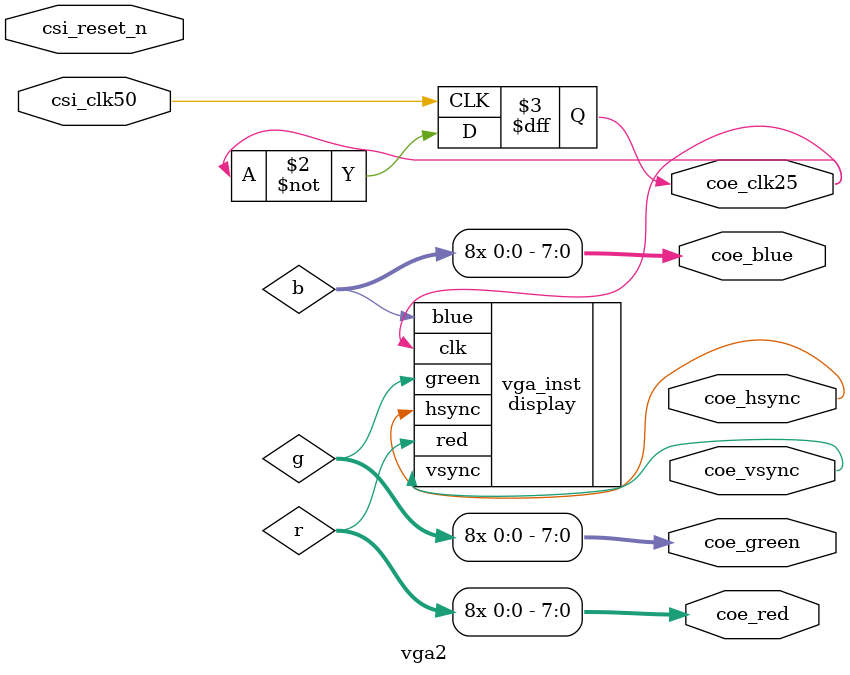
<source format=v>
/*
Jasper ter Weeme
*/

module vga2(
    input csi_clk50,
    input csi_reset_n,
    output coe_hsync,
    output coe_vsync,
    output [7:0] coe_red,
    output [7:0] coe_green,
    output [7:0] coe_blue,
    output reg coe_clk25
);
    wire r, g, b;
    assign coe_red = {r, r, r, r, r, r, r, r};
    assign coe_green = {g, g, g, g, g, g, g, g};
    assign coe_blue = {b, b, b, b, b, b, b, b};

    always @(posedge csi_clk50)
        coe_clk25 <= ~coe_clk25;

    display vga_inst(
        .clk(coe_clk25),
        .hsync(coe_hsync),
        .vsync(coe_vsync),
        .red(r),
        .green(g),
        .blue(b));
endmodule


</source>
